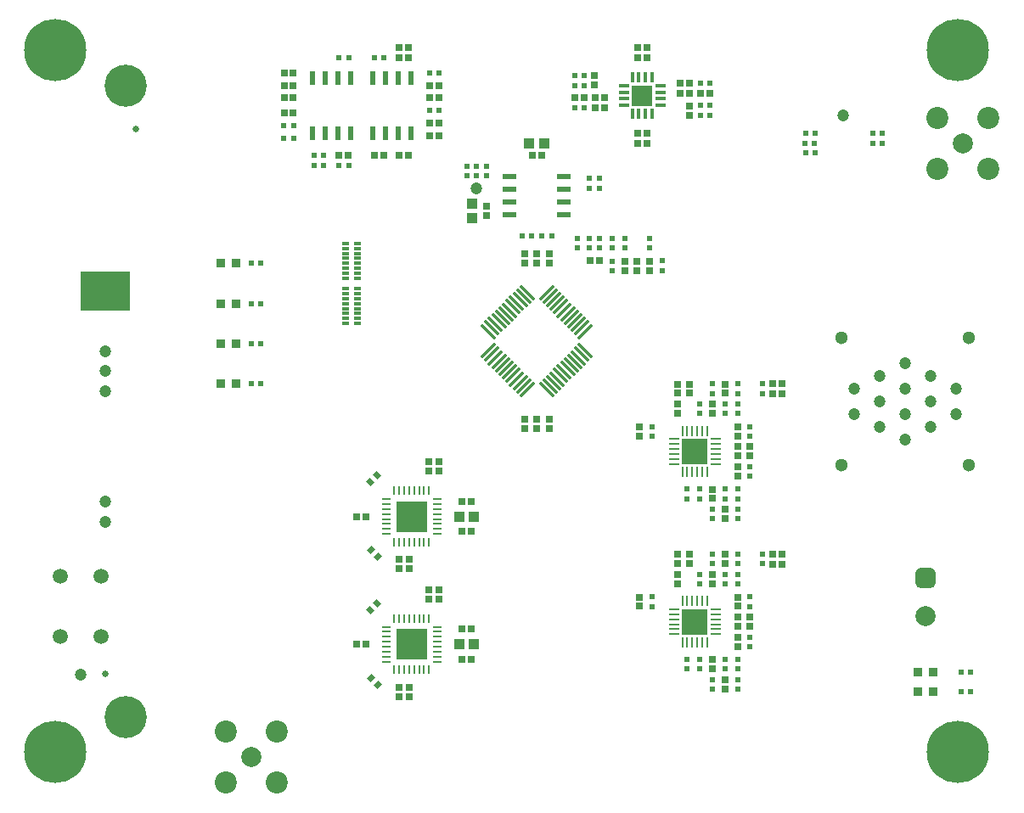
<source format=gts>
G04*
G04 #@! TF.GenerationSoftware,Altium Limited,Altium Designer,23.11.1 (41)*
G04*
G04 Layer_Color=8388736*
%FSLAX25Y25*%
%MOIN*%
G70*
G04*
G04 #@! TF.SameCoordinates,29EA51B2-5BA9-446F-9376-B5E75E75F833*
G04*
G04*
G04 #@! TF.FilePolarity,Negative*
G04*
G01*
G75*
%ADD25R,0.10039X0.10039*%
%ADD45R,0.02165X0.02362*%
%ADD46R,0.03347X0.03740*%
%ADD47C,0.04724*%
%ADD48R,0.02520X0.02520*%
%ADD49R,0.04331X0.00984*%
%ADD50R,0.00984X0.04331*%
%ADD51R,0.02362X0.02165*%
%ADD52R,0.02520X0.02520*%
%ADD53R,0.01181X0.04331*%
%ADD54R,0.04331X0.01181*%
%ADD55R,0.08268X0.08268*%
G04:AMPARAMS|DCode=56|XSize=11.81mil|YSize=82.68mil|CornerRadius=0mil|HoleSize=0mil|Usage=FLASHONLY|Rotation=45.000|XOffset=0mil|YOffset=0mil|HoleType=Round|Shape=Round|*
%AMOVALD56*
21,1,0.07087,0.01181,0.00000,0.00000,135.0*
1,1,0.01181,0.02506,-0.02506*
1,1,0.01181,-0.02506,0.02506*
%
%ADD56OVALD56*%

G04:AMPARAMS|DCode=57|XSize=11.81mil|YSize=82.68mil|CornerRadius=0mil|HoleSize=0mil|Usage=FLASHONLY|Rotation=315.000|XOffset=0mil|YOffset=0mil|HoleType=Round|Shape=Round|*
%AMOVALD57*
21,1,0.07087,0.01181,0.00000,0.00000,45.0*
1,1,0.01181,-0.02506,-0.02506*
1,1,0.01181,0.02506,0.02506*
%
%ADD57OVALD57*%

%ADD58R,0.02559X0.01181*%
%ADD59R,0.04134X0.03937*%
%ADD60R,0.03937X0.04134*%
%ADD61R,0.05709X0.02362*%
%ADD62R,0.02362X0.05709*%
%ADD63R,0.19685X0.15748*%
%ADD64R,0.12205X0.12205*%
%ADD65O,0.03543X0.00787*%
%ADD66O,0.00787X0.03543*%
%ADD67C,0.05906*%
G04:AMPARAMS|DCode=68|XSize=23.62mil|YSize=21.65mil|CornerRadius=0mil|HoleSize=0mil|Usage=FLASHONLY|Rotation=225.000|XOffset=0mil|YOffset=0mil|HoleType=Round|Shape=Rectangle|*
%AMROTATEDRECTD68*
4,1,4,0.00070,0.01601,0.01601,0.00070,-0.00070,-0.01601,-0.01601,-0.00070,0.00070,0.01601,0.0*
%
%ADD68ROTATEDRECTD68*%

G04:AMPARAMS|DCode=69|XSize=23.62mil|YSize=21.65mil|CornerRadius=0mil|HoleSize=0mil|Usage=FLASHONLY|Rotation=135.000|XOffset=0mil|YOffset=0mil|HoleType=Round|Shape=Rectangle|*
%AMROTATEDRECTD69*
4,1,4,0.01601,-0.00070,0.00070,-0.01601,-0.01601,0.00070,-0.00070,0.01601,0.01601,-0.00070,0.0*
%
%ADD69ROTATEDRECTD69*%

%ADD70C,0.24422*%
%ADD71C,0.16548*%
%ADD72C,0.04724*%
%ADD73C,0.05118*%
%ADD74C,0.02500*%
%ADD75C,0.08661*%
%ADD76C,0.07874*%
G04:AMPARAMS|DCode=77|XSize=78.74mil|YSize=78.74mil|CornerRadius=19.68mil|HoleSize=0mil|Usage=FLASHONLY|Rotation=90.000|XOffset=0mil|YOffset=0mil|HoleType=Round|Shape=RoundedRectangle|*
%AMROUNDEDRECTD77*
21,1,0.07874,0.03937,0,0,90.0*
21,1,0.03937,0.07874,0,0,90.0*
1,1,0.03937,0.01968,0.01968*
1,1,0.03937,0.01968,-0.01968*
1,1,0.03937,-0.01968,-0.01968*
1,1,0.03937,-0.01968,0.01968*
%
%ADD77ROUNDEDRECTD77*%
%ADD78C,0.02362*%
D25*
X270669Y-86614D02*
D03*
X270669Y-19685D02*
D03*
D45*
X314075Y105315D02*
D03*
X317815D02*
D03*
Y97441D02*
D03*
X314075D02*
D03*
X317717Y101378D02*
D03*
X313976D02*
D03*
X96555Y38386D02*
D03*
X100295D02*
D03*
X113091Y108268D02*
D03*
X109350D02*
D03*
Y103347D02*
D03*
X113091D02*
D03*
X272736Y116142D02*
D03*
X276476D02*
D03*
X272736Y125000D02*
D03*
X276476D02*
D03*
X227264Y124016D02*
D03*
X223524D02*
D03*
Y115157D02*
D03*
X227264D02*
D03*
X272736Y112205D02*
D03*
X276476D02*
D03*
X227264Y127953D02*
D03*
X223524D02*
D03*
X206594Y64961D02*
D03*
X202854D02*
D03*
X378839Y-114173D02*
D03*
X375098D02*
D03*
X375098Y-106299D02*
D03*
X378839D02*
D03*
X340650Y105315D02*
D03*
X344390D02*
D03*
X166437Y128937D02*
D03*
X170177D02*
D03*
X96555Y22638D02*
D03*
X100295D02*
D03*
X96555Y6890D02*
D03*
X100295D02*
D03*
X96555Y54134D02*
D03*
X100295D02*
D03*
X340650Y101378D02*
D03*
X344390D02*
D03*
X121161Y92520D02*
D03*
X124902D02*
D03*
Y96457D02*
D03*
X121161D02*
D03*
X170177Y114173D02*
D03*
X166437D02*
D03*
X144783Y134843D02*
D03*
X148524D02*
D03*
X131004D02*
D03*
X134744D02*
D03*
Y92520D02*
D03*
X131004D02*
D03*
X210728Y64961D02*
D03*
X214469D02*
D03*
D46*
X84547Y38386D02*
D03*
X90650D02*
D03*
X358169Y-106299D02*
D03*
X364272D02*
D03*
X364272Y-114173D02*
D03*
X358169D02*
D03*
X84547Y22638D02*
D03*
X90650D02*
D03*
X84547Y6890D02*
D03*
X90650D02*
D03*
X84547Y54134D02*
D03*
X90650D02*
D03*
D47*
X328740Y112205D02*
D03*
X185039Y83661D02*
D03*
X29528Y-107283D02*
D03*
X39370Y-39370D02*
D03*
Y-47244D02*
D03*
Y3937D02*
D03*
Y11811D02*
D03*
Y19685D02*
D03*
D48*
X166496Y104331D02*
D03*
X170118D02*
D03*
X166496Y109252D02*
D03*
X170118D02*
D03*
Y119095D02*
D03*
X166496D02*
D03*
X170118Y124016D02*
D03*
X166496D02*
D03*
X109409Y113189D02*
D03*
X113031D02*
D03*
X109409Y124016D02*
D03*
X113031D02*
D03*
X109409Y128937D02*
D03*
X113031D02*
D03*
X301339Y-63976D02*
D03*
X304961D02*
D03*
X301339Y-60039D02*
D03*
X304961D02*
D03*
X229488Y55118D02*
D03*
X233110D02*
D03*
X304961Y2953D02*
D03*
X301339D02*
D03*
X304961Y6890D02*
D03*
X301339D02*
D03*
X264921Y125000D02*
D03*
X268543D02*
D03*
X264921Y121063D02*
D03*
X268543D02*
D03*
X248189Y105315D02*
D03*
X251811D02*
D03*
X248189Y101378D02*
D03*
X251811D02*
D03*
X154685Y134843D02*
D03*
X158307D02*
D03*
X231457Y115157D02*
D03*
X235079D02*
D03*
X231457Y119095D02*
D03*
X235079D02*
D03*
X251811Y134843D02*
D03*
X248189D02*
D03*
X251811Y138779D02*
D03*
X248189D02*
D03*
X276417Y121063D02*
D03*
X272795D02*
D03*
X227205Y119095D02*
D03*
X223583D02*
D03*
X141575Y-95473D02*
D03*
X137953D02*
D03*
X141575Y-45276D02*
D03*
X137953D02*
D03*
X158307Y138779D02*
D03*
X154685D02*
D03*
X179291Y-101378D02*
D03*
X182913D02*
D03*
X179291Y-51181D02*
D03*
X182913D02*
D03*
X179291Y-89567D02*
D03*
X182913D02*
D03*
X179291Y-39370D02*
D03*
X182913D02*
D03*
X144843Y96457D02*
D03*
X148465D02*
D03*
X131063D02*
D03*
X134685D02*
D03*
X158307D02*
D03*
X154685D02*
D03*
X109409Y119095D02*
D03*
X113031D02*
D03*
X206850Y96457D02*
D03*
X210472D02*
D03*
D49*
X278740Y-91535D02*
D03*
Y-89567D02*
D03*
Y-87598D02*
D03*
Y-85630D02*
D03*
Y-83661D02*
D03*
Y-81693D02*
D03*
X262598D02*
D03*
Y-83661D02*
D03*
Y-85630D02*
D03*
Y-87598D02*
D03*
Y-89567D02*
D03*
Y-91535D02*
D03*
X262598Y-24606D02*
D03*
Y-22638D02*
D03*
Y-20669D02*
D03*
Y-18701D02*
D03*
Y-16732D02*
D03*
Y-14764D02*
D03*
X278740D02*
D03*
Y-16732D02*
D03*
Y-18701D02*
D03*
Y-20669D02*
D03*
Y-22638D02*
D03*
Y-24606D02*
D03*
D50*
X275591Y-78543D02*
D03*
X273622D02*
D03*
X271654D02*
D03*
X269685D02*
D03*
X267717D02*
D03*
X265748D02*
D03*
Y-94685D02*
D03*
X267717D02*
D03*
X269685D02*
D03*
X271654D02*
D03*
X273622D02*
D03*
X275591D02*
D03*
X275590Y-27756D02*
D03*
X273622D02*
D03*
X271654D02*
D03*
X269685D02*
D03*
X267717D02*
D03*
X265748D02*
D03*
Y-11614D02*
D03*
X267717D02*
D03*
X269685D02*
D03*
X271654D02*
D03*
X273622D02*
D03*
X275590D02*
D03*
D51*
X277559Y-109350D02*
D03*
Y-113091D02*
D03*
X287402D02*
D03*
Y-109350D02*
D03*
X267717Y-105217D02*
D03*
Y-101476D02*
D03*
X253937Y-76870D02*
D03*
Y-80610D02*
D03*
X272638Y-101476D02*
D03*
Y-105217D02*
D03*
Y-71752D02*
D03*
Y-68012D02*
D03*
X277559Y-63878D02*
D03*
Y-60138D02*
D03*
X287402D02*
D03*
Y-63878D02*
D03*
X282480Y-101476D02*
D03*
Y-105217D02*
D03*
X287402Y-101476D02*
D03*
Y-105217D02*
D03*
X282480Y-71752D02*
D03*
Y-68012D02*
D03*
X292323Y-80610D02*
D03*
Y-76870D02*
D03*
X287402Y-71752D02*
D03*
Y-68012D02*
D03*
X292323Y-92618D02*
D03*
Y-96358D02*
D03*
X297244Y-60138D02*
D03*
Y-63878D02*
D03*
X233268Y87500D02*
D03*
Y83760D02*
D03*
X229331Y87500D02*
D03*
Y83760D02*
D03*
X297244Y6791D02*
D03*
Y3051D02*
D03*
X188976Y92421D02*
D03*
Y88681D02*
D03*
X185039Y92421D02*
D03*
Y88681D02*
D03*
X181102D02*
D03*
Y92421D02*
D03*
X287402Y3051D02*
D03*
Y6791D02*
D03*
X243110Y60138D02*
D03*
Y63878D02*
D03*
X224410Y60138D02*
D03*
Y63878D02*
D03*
X272638Y-34547D02*
D03*
Y-38287D02*
D03*
X292323Y-13681D02*
D03*
Y-9941D02*
D03*
X282480Y-34547D02*
D03*
Y-38287D02*
D03*
X277559Y-42421D02*
D03*
Y-46161D02*
D03*
X287402Y-4823D02*
D03*
Y-1083D02*
D03*
Y-34547D02*
D03*
Y-38287D02*
D03*
Y-46161D02*
D03*
Y-42421D02*
D03*
X282480Y-4823D02*
D03*
Y-1083D02*
D03*
X277559Y3051D02*
D03*
Y6791D02*
D03*
X292323Y-25689D02*
D03*
Y-29429D02*
D03*
X272638Y-4823D02*
D03*
Y-1083D02*
D03*
X267717Y-38287D02*
D03*
Y-34547D02*
D03*
X253937Y-9941D02*
D03*
Y-13681D02*
D03*
X229331Y60138D02*
D03*
Y63878D02*
D03*
X233268Y60138D02*
D03*
Y63878D02*
D03*
X238189Y60138D02*
D03*
Y63878D02*
D03*
Y55020D02*
D03*
Y51279D02*
D03*
X252953Y63878D02*
D03*
Y60138D02*
D03*
X257874Y55118D02*
D03*
Y51378D02*
D03*
D52*
X282480Y-109409D02*
D03*
Y-113031D02*
D03*
X263779Y-60197D02*
D03*
Y-63819D02*
D03*
Y-71693D02*
D03*
Y-68071D02*
D03*
X249016Y-76929D02*
D03*
Y-80551D02*
D03*
X268701Y-60197D02*
D03*
Y-63819D02*
D03*
X277559Y-101535D02*
D03*
Y-105157D02*
D03*
X287402Y-96299D02*
D03*
Y-92677D02*
D03*
X277559Y-71693D02*
D03*
Y-68071D02*
D03*
X287402Y-84803D02*
D03*
Y-88425D02*
D03*
X292323Y-84803D02*
D03*
Y-88425D02*
D03*
X282480Y-60197D02*
D03*
Y-63819D02*
D03*
X287402Y-76929D02*
D03*
Y-80551D02*
D03*
X268701Y115984D02*
D03*
Y112362D02*
D03*
X231299Y124173D02*
D03*
Y127795D02*
D03*
X154528Y-112362D02*
D03*
Y-115984D02*
D03*
X166339Y-77598D02*
D03*
Y-73976D02*
D03*
X170276Y-77598D02*
D03*
Y-73976D02*
D03*
X154528Y-62165D02*
D03*
Y-65787D02*
D03*
X166339Y-27402D02*
D03*
Y-23779D02*
D03*
X170276Y-27402D02*
D03*
Y-23779D02*
D03*
X158465Y-112362D02*
D03*
Y-115984D02*
D03*
Y-62165D02*
D03*
Y-65787D02*
D03*
X208661Y57913D02*
D03*
Y54291D02*
D03*
X263779Y-1142D02*
D03*
Y-4764D02*
D03*
X249016Y-10000D02*
D03*
Y-13622D02*
D03*
X292323Y-17874D02*
D03*
Y-21496D02*
D03*
X287402Y-17874D02*
D03*
Y-21496D02*
D03*
X263779Y6732D02*
D03*
Y3110D02*
D03*
X268701Y6732D02*
D03*
Y3110D02*
D03*
X277559Y-34606D02*
D03*
Y-38228D02*
D03*
X287402Y-10000D02*
D03*
Y-13622D02*
D03*
X282480Y-42480D02*
D03*
Y-46102D02*
D03*
Y6732D02*
D03*
Y3110D02*
D03*
X287402Y-29370D02*
D03*
Y-25748D02*
D03*
X277559Y-4764D02*
D03*
Y-1142D02*
D03*
X188976Y72992D02*
D03*
Y76614D02*
D03*
X203740Y57913D02*
D03*
Y54291D02*
D03*
X213583Y57913D02*
D03*
Y54291D02*
D03*
X243110Y51339D02*
D03*
Y54961D02*
D03*
X252953Y51339D02*
D03*
Y54961D02*
D03*
X248031Y51339D02*
D03*
Y54961D02*
D03*
X203740Y-7047D02*
D03*
Y-10669D02*
D03*
X208661Y-7047D02*
D03*
Y-10669D02*
D03*
X213583Y-7047D02*
D03*
Y-10669D02*
D03*
D53*
X246161Y127165D02*
D03*
X248721D02*
D03*
X251279D02*
D03*
X253839D02*
D03*
Y112992D02*
D03*
X251279D02*
D03*
X248721D02*
D03*
X246161D02*
D03*
D54*
X257087Y123917D02*
D03*
X242913Y121358D02*
D03*
Y123917D02*
D03*
X257087Y121358D02*
D03*
Y118799D02*
D03*
Y116240D02*
D03*
X242913D02*
D03*
Y118799D02*
D03*
D55*
X250000Y120079D02*
D03*
D56*
X204903Y42692D02*
D03*
X203511Y41300D02*
D03*
X202119Y39908D02*
D03*
X200727Y38516D02*
D03*
X199335Y37124D02*
D03*
X197943Y35732D02*
D03*
X196552Y34340D02*
D03*
X195160Y32948D02*
D03*
X193768Y31556D02*
D03*
X192376Y30164D02*
D03*
X190984Y28772D02*
D03*
X189592Y27380D02*
D03*
X227731Y19864D02*
D03*
X226339Y18472D02*
D03*
X224947Y17080D02*
D03*
X223555Y15688D02*
D03*
X222163Y14296D02*
D03*
X220771Y12904D02*
D03*
X219379Y11512D02*
D03*
X217987Y10120D02*
D03*
X216596Y8728D02*
D03*
X215203Y7336D02*
D03*
X213812Y5944D02*
D03*
X212420Y4552D02*
D03*
D57*
Y42692D02*
D03*
X213812Y41300D02*
D03*
X215203Y39908D02*
D03*
X216596Y38516D02*
D03*
X217987Y37124D02*
D03*
X219379Y35732D02*
D03*
X220771Y34340D02*
D03*
X222163Y32948D02*
D03*
X223555Y31556D02*
D03*
X224947Y30164D02*
D03*
X226339Y28772D02*
D03*
X227731Y27380D02*
D03*
X204903Y4552D02*
D03*
X203511Y5944D02*
D03*
X202119Y7336D02*
D03*
X200727Y8728D02*
D03*
X199335Y10120D02*
D03*
X197943Y11512D02*
D03*
X196552Y12904D02*
D03*
X195160Y14296D02*
D03*
X193768Y15688D02*
D03*
X192376Y17080D02*
D03*
X190984Y18472D02*
D03*
X189592Y19864D02*
D03*
D58*
X138091Y44291D02*
D03*
Y42323D02*
D03*
Y40354D02*
D03*
Y38386D02*
D03*
Y36417D02*
D03*
Y34449D02*
D03*
Y32480D02*
D03*
Y30512D02*
D03*
X133563D02*
D03*
Y32480D02*
D03*
Y34449D02*
D03*
Y36417D02*
D03*
Y38386D02*
D03*
Y40354D02*
D03*
Y42323D02*
D03*
Y44291D02*
D03*
Y62008D02*
D03*
Y60039D02*
D03*
Y58071D02*
D03*
Y56102D02*
D03*
Y54134D02*
D03*
Y52165D02*
D03*
Y50197D02*
D03*
Y48228D02*
D03*
X138091D02*
D03*
Y50197D02*
D03*
Y52165D02*
D03*
Y54134D02*
D03*
Y56102D02*
D03*
Y58071D02*
D03*
Y60039D02*
D03*
Y62008D02*
D03*
D59*
X205709Y101378D02*
D03*
X211614D02*
D03*
X184055Y-95473D02*
D03*
X178150D02*
D03*
X184055Y-45276D02*
D03*
X178150D02*
D03*
D60*
X183071Y71850D02*
D03*
Y77756D02*
D03*
D61*
X197933Y88209D02*
D03*
Y83209D02*
D03*
Y78209D02*
D03*
Y73209D02*
D03*
X219390Y88209D02*
D03*
Y83209D02*
D03*
Y78209D02*
D03*
Y73209D02*
D03*
D62*
X159075Y126870D02*
D03*
X154075D02*
D03*
X149075D02*
D03*
X144075D02*
D03*
X159075Y105413D02*
D03*
X154075D02*
D03*
X149075D02*
D03*
X144075D02*
D03*
X120453Y105413D02*
D03*
X125453D02*
D03*
X130453D02*
D03*
X135453D02*
D03*
X120453Y126870D02*
D03*
X125453D02*
D03*
X130453D02*
D03*
X135453D02*
D03*
D63*
X39370Y43307D02*
D03*
D64*
X159449Y-95473D02*
D03*
Y-45276D02*
D03*
D65*
X169488Y-88583D02*
D03*
Y-90551D02*
D03*
Y-92520D02*
D03*
Y-94488D02*
D03*
Y-96457D02*
D03*
Y-98425D02*
D03*
Y-100394D02*
D03*
Y-102362D02*
D03*
X149409D02*
D03*
Y-100394D02*
D03*
Y-98425D02*
D03*
Y-96457D02*
D03*
Y-94488D02*
D03*
Y-92520D02*
D03*
Y-90551D02*
D03*
Y-88583D02*
D03*
X169488Y-38386D02*
D03*
Y-40354D02*
D03*
Y-42323D02*
D03*
Y-44291D02*
D03*
Y-46260D02*
D03*
Y-48228D02*
D03*
Y-50197D02*
D03*
Y-52165D02*
D03*
X149409D02*
D03*
Y-50197D02*
D03*
Y-48228D02*
D03*
Y-46260D02*
D03*
Y-44291D02*
D03*
Y-42323D02*
D03*
Y-40354D02*
D03*
Y-38386D02*
D03*
D66*
X166339Y-105512D02*
D03*
X164370D02*
D03*
X162402D02*
D03*
X160433D02*
D03*
X158465D02*
D03*
X156496D02*
D03*
X154528D02*
D03*
X152559D02*
D03*
Y-85433D02*
D03*
X154528D02*
D03*
X156496D02*
D03*
X158465D02*
D03*
X160433D02*
D03*
X162402D02*
D03*
X164370D02*
D03*
X166339D02*
D03*
Y-55315D02*
D03*
X164370D02*
D03*
X162402D02*
D03*
X160433D02*
D03*
X158465D02*
D03*
X156496D02*
D03*
X154528D02*
D03*
X152559D02*
D03*
Y-35236D02*
D03*
X154528D02*
D03*
X156496D02*
D03*
X158465D02*
D03*
X160433D02*
D03*
X162402D02*
D03*
X164370D02*
D03*
X166339D02*
D03*
D67*
X37402Y-68898D02*
D03*
Y-92520D02*
D03*
X21654D02*
D03*
Y-68898D02*
D03*
D68*
X146204Y-61165D02*
D03*
X143560Y-58520D02*
D03*
X146204Y-111362D02*
D03*
X143560Y-108717D02*
D03*
D69*
X143363Y-82031D02*
D03*
X146007Y-79386D02*
D03*
X143363Y-31834D02*
D03*
X146007Y-29190D02*
D03*
D70*
X374016Y137795D02*
D03*
X19685Y137795D02*
D03*
X374016Y-137795D02*
D03*
X19685D02*
D03*
D71*
X47244Y-124012D02*
D03*
X47244Y124020D02*
D03*
D72*
X333150Y-5000D02*
D03*
X343150Y-10000D02*
D03*
X353150Y-15000D02*
D03*
X363150Y-10000D02*
D03*
X373150Y-5000D02*
D03*
Y5000D02*
D03*
X363150Y10000D02*
D03*
X353150Y15000D02*
D03*
X343150Y10000D02*
D03*
X333150Y5000D02*
D03*
X343150Y0D02*
D03*
X353150Y-5000D02*
D03*
X363150Y0D02*
D03*
X353150Y5000D02*
D03*
D73*
X328150Y-25000D02*
D03*
X378150D02*
D03*
Y25000D02*
D03*
X328150D02*
D03*
D74*
X39370Y-107043D02*
D03*
X51378Y107051D02*
D03*
D75*
X365945Y91142D02*
D03*
X386024D02*
D03*
Y111221D02*
D03*
X365945D02*
D03*
X86417Y-129724D02*
D03*
X106496D02*
D03*
Y-149803D02*
D03*
X86417D02*
D03*
D76*
X375984Y101181D02*
D03*
X361221Y-84272D02*
D03*
X96457Y-139764D02*
D03*
D77*
X361221Y-69272D02*
D03*
D78*
X272835Y-88779D02*
D03*
X268504D02*
D03*
X272835Y-84449D02*
D03*
X268504D02*
D03*
X252165Y117913D02*
D03*
X247835D02*
D03*
X252165Y122244D02*
D03*
X247835D02*
D03*
X155118Y-99803D02*
D03*
Y-95473D02*
D03*
Y-91142D02*
D03*
X159449Y-99803D02*
D03*
Y-95473D02*
D03*
Y-91142D02*
D03*
X163779Y-99803D02*
D03*
Y-95473D02*
D03*
Y-91142D02*
D03*
X155118Y-49606D02*
D03*
Y-45276D02*
D03*
Y-40945D02*
D03*
X159449Y-49606D02*
D03*
Y-45276D02*
D03*
Y-40945D02*
D03*
X163779Y-49606D02*
D03*
Y-45276D02*
D03*
Y-40945D02*
D03*
X268504Y-17520D02*
D03*
X272835D02*
D03*
X268504Y-21850D02*
D03*
X272835D02*
D03*
M02*

</source>
